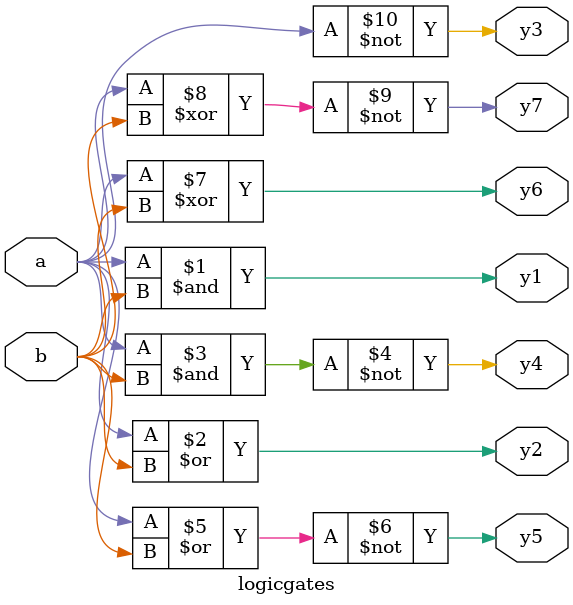
<source format=v>
module logicgates(a,b,y1,y2,y3,y4,y5,y6,y7);
input a,b;
output y1,y2,y3,y4,y5,y6,y7;
and(y1,a,b);
or(y2,a,b);
not(y3,a);
nand(y4,a,b);
nor(y5,a,b);
xor(y6,a,b);
xnor(y7,a,b);
endmodule

</source>
